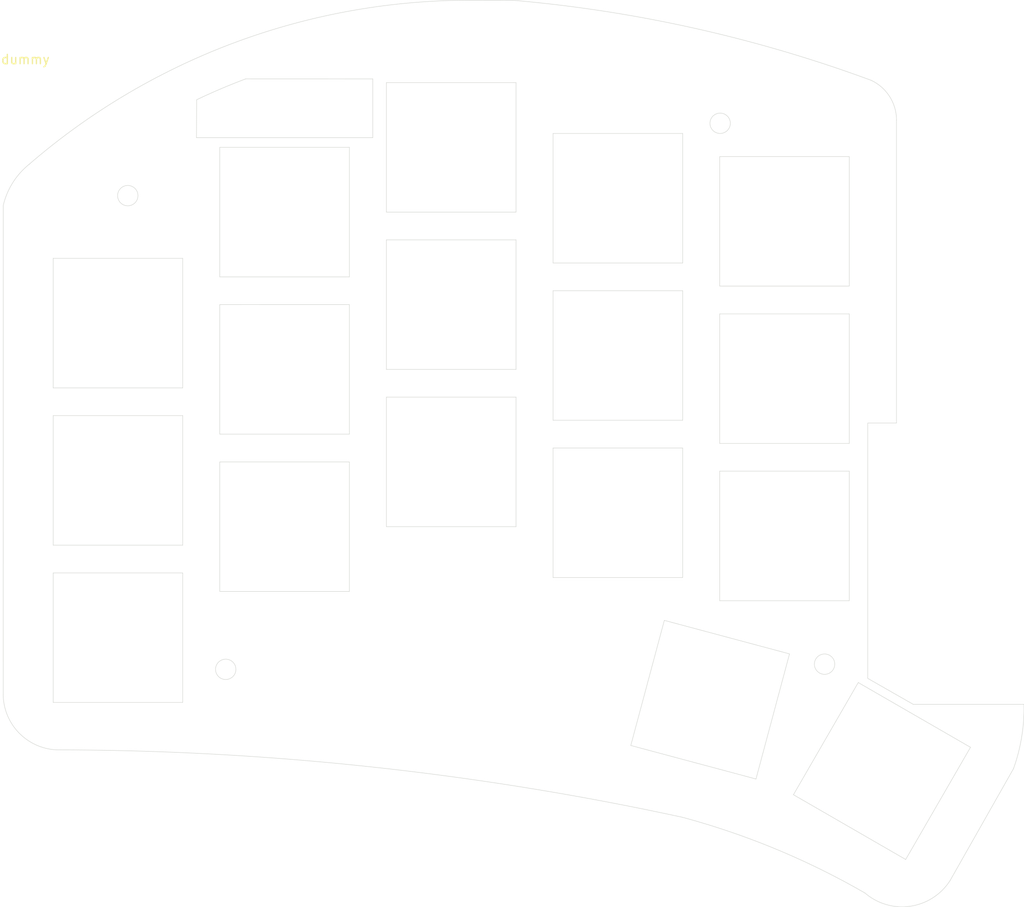
<source format=kicad_pcb>
(kicad_pcb (version 20171130) (host pcbnew 5.1.9)

  (general
    (thickness 1.6)
    (drawings 111)
    (tracks 0)
    (zones 0)
    (modules 1)
    (nets 1)
  )

  (page A4)
  (layers
    (0 F.Cu signal)
    (31 B.Cu signal)
    (32 B.Adhes user)
    (33 F.Adhes user)
    (34 B.Paste user)
    (35 F.Paste user)
    (36 B.SilkS user)
    (37 F.SilkS user)
    (38 B.Mask user)
    (39 F.Mask user)
    (40 Dwgs.User user)
    (41 Cmts.User user)
    (42 Eco1.User user)
    (43 Eco2.User user)
    (44 Edge.Cuts user)
    (45 Margin user)
    (46 B.CrtYd user)
    (47 F.CrtYd user)
    (48 B.Fab user)
    (49 F.Fab user)
  )

  (setup
    (last_trace_width 0.25)
    (trace_clearance 0.2)
    (zone_clearance 0.508)
    (zone_45_only no)
    (trace_min 0.2)
    (via_size 0.8)
    (via_drill 0.4)
    (via_min_size 0.4)
    (via_min_drill 0.3)
    (uvia_size 0.3)
    (uvia_drill 0.1)
    (uvias_allowed no)
    (uvia_min_size 0.2)
    (uvia_min_drill 0.1)
    (edge_width 0.05)
    (segment_width 0.2)
    (pcb_text_width 0.3)
    (pcb_text_size 1.5 1.5)
    (mod_edge_width 0.12)
    (mod_text_size 1 1)
    (mod_text_width 0.15)
    (pad_size 1.524 1.524)
    (pad_drill 0.762)
    (pad_to_mask_clearance 0.05)
    (aux_axis_origin 0 0)
    (visible_elements FFFDFF1F)
    (pcbplotparams
      (layerselection 0x01000_7ffffffe)
      (usegerberextensions false)
      (usegerberattributes true)
      (usegerberadvancedattributes true)
      (creategerberjobfile true)
      (excludeedgelayer true)
      (linewidth 0.100000)
      (plotframeref false)
      (viasonmask false)
      (mode 1)
      (useauxorigin false)
      (hpglpennumber 1)
      (hpglpenspeed 20)
      (hpglpendiameter 15.000000)
      (psnegative false)
      (psa4output false)
      (plotreference false)
      (plotvalue false)
      (plotinvisibletext false)
      (padsonsilk false)
      (subtractmaskfromsilk false)
      (outputformat 3)
      (mirror false)
      (drillshape 0)
      (scaleselection 1)
      (outputdirectory ""))
  )

  (net 0 "")

  (net_class Default "This is the default net class."
    (clearance 0.2)
    (trace_width 0.25)
    (via_dia 0.8)
    (via_drill 0.4)
    (uvia_dia 0.3)
    (uvia_drill 0.1)
  )

  (net_class Power ""
    (clearance 0.2)
    (trace_width 0.3)
    (via_dia 0.8)
    (via_drill 0.4)
    (uvia_dia 0.3)
    (uvia_drill 0.1)
  )

  (module dummy:dummy (layer F.Cu) (tedit 604AAE8F) (tstamp 604AAF97)
    (at 12 12)
    (fp_text reference dummy (at 0 0.5) (layer F.SilkS)
      (effects (font (size 1 1) (thickness 0.15)))
    )
    (fp_text value dummy (at 0 -0.5) (layer F.Fab)
      (effects (font (size 1 1) (thickness 0.15)))
    )
  )

  (gr_line (start 69 68.5) (end 69 54.5) (layer Edge.Cuts) (width 0.05) (tstamp 6049EB3F))
  (gr_line (start 107.092178 98.972178) (end 94.967822 91.972178) (layer Edge.Cuts) (width 0.05) (tstamp 6049E028))
  (gr_line (start 114.092178 86.847822) (end 107.092178 98.972178) (layer Edge.Cuts) (width 0.05))
  (gr_line (start 101.967822 79.847822) (end 114.092178 86.847822) (layer Edge.Cuts) (width 0.05))
  (gr_line (start 94.967822 91.972178) (end 101.967822 79.847822) (layer Edge.Cuts) (width 0.05))
  (gr_line (start 90.919747 90.273214) (end 77.396786 86.649747) (layer Edge.Cuts) (width 0.05))
  (gr_line (start 94.543214 76.750253) (end 90.919747 90.273214) (layer Edge.Cuts) (width 0.05))
  (gr_line (start 81.020253 73.126786) (end 94.543214 76.750253) (layer Edge.Cuts) (width 0.05))
  (gr_line (start 77.396786 86.649747) (end 81.020253 73.126786) (layer Edge.Cuts) (width 0.05))
  (gr_line (start 87 71) (end 87 57) (layer Edge.Cuts) (width 0.05))
  (gr_line (start 101 71) (end 87 71) (layer Edge.Cuts) (width 0.05))
  (gr_line (start 101 57) (end 101 71) (layer Edge.Cuts) (width 0.05))
  (gr_line (start 87 57) (end 101 57) (layer Edge.Cuts) (width 0.05))
  (gr_line (start 69 51.5) (end 69 37.5) (layer Edge.Cuts) (width 0.05) (tstamp 6049DFF6))
  (gr_line (start 83 51.5) (end 69 51.5) (layer Edge.Cuts) (width 0.05))
  (gr_line (start 83 37.5) (end 83 51.5) (layer Edge.Cuts) (width 0.05))
  (gr_line (start 69 37.5) (end 83 37.5) (layer Edge.Cuts) (width 0.05))
  (gr_line (start 51 29) (end 51 15) (layer Edge.Cuts) (width 0.05))
  (gr_line (start 65 29) (end 51 29) (layer Edge.Cuts) (width 0.05))
  (gr_line (start 65 15) (end 65 29) (layer Edge.Cuts) (width 0.05))
  (gr_line (start 51 15) (end 65 15) (layer Edge.Cuts) (width 0.05))
  (gr_line (start 51 46) (end 51 32) (layer Edge.Cuts) (width 0.05))
  (gr_line (start 65 46) (end 51 46) (layer Edge.Cuts) (width 0.05))
  (gr_line (start 65 32) (end 65 46) (layer Edge.Cuts) (width 0.05))
  (gr_line (start 51 32) (end 65 32) (layer Edge.Cuts) (width 0.05))
  (gr_line (start 65 63) (end 51 63) (layer Edge.Cuts) (width 0.05))
  (gr_line (start 65 49) (end 65 63) (layer Edge.Cuts) (width 0.05))
  (gr_line (start 51 49) (end 65 49) (layer Edge.Cuts) (width 0.05))
  (gr_line (start 51 63) (end 51 49) (layer Edge.Cuts) (width 0.05))
  (gr_line (start 33 70) (end 33 56) (layer Edge.Cuts) (width 0.05))
  (gr_line (start 47 70) (end 33 70) (layer Edge.Cuts) (width 0.05))
  (gr_line (start 47 56) (end 47 70) (layer Edge.Cuts) (width 0.05))
  (gr_line (start 33 56) (end 47 56) (layer Edge.Cuts) (width 0.05))
  (gr_line (start 33 36) (end 33 22) (layer Edge.Cuts) (width 0.05) (tstamp 6049DF78))
  (gr_line (start 47 36) (end 33 36) (layer Edge.Cuts) (width 0.05))
  (gr_line (start 47 22) (end 47 36) (layer Edge.Cuts) (width 0.05))
  (gr_line (start 33 22) (end 47 22) (layer Edge.Cuts) (width 0.05))
  (gr_line (start 15 82) (end 15 68) (layer Edge.Cuts) (width 0.05) (tstamp 6049DF52))
  (gr_line (start 29 82) (end 15 82) (layer Edge.Cuts) (width 0.05))
  (gr_line (start 29 68) (end 29 82) (layer Edge.Cuts) (width 0.05))
  (gr_line (start 15 68) (end 29 68) (layer Edge.Cuts) (width 0.05))
  (gr_line (start 15 65) (end 15 51) (layer Edge.Cuts) (width 0.05))
  (gr_line (start 29 65) (end 15 65) (layer Edge.Cuts) (width 0.05))
  (gr_line (start 29 51) (end 29 65) (layer Edge.Cuts) (width 0.05))
  (gr_line (start 15 51) (end 29 51) (layer Edge.Cuts) (width 0.05))
  (gr_line (start 15 48) (end 15 34) (layer Edge.Cuts) (width 0.05))
  (gr_line (start 29 48) (end 15 48) (layer Edge.Cuts) (width 0.05))
  (gr_line (start 29 34) (end 29 48) (layer Edge.Cuts) (width 0.05))
  (gr_line (start 15 34) (end 29 34) (layer Edge.Cuts) (width 0.05))
  (gr_line (start 69 34.5) (end 69 20.5) (layer Edge.Cuts) (width 0.05) (tstamp 6048F9DB))
  (gr_line (start 83 34.5) (end 69 34.5) (layer Edge.Cuts) (width 0.05))
  (gr_line (start 83 20.5) (end 83 34.5) (layer Edge.Cuts) (width 0.05))
  (gr_line (start 69 20.5) (end 83 20.5) (layer Edge.Cuts) (width 0.05))
  (gr_line (start 87 23) (end 87 37) (layer Edge.Cuts) (width 0.05) (tstamp 6048F97D))
  (gr_line (start 101 23) (end 87 23) (layer Edge.Cuts) (width 0.05))
  (gr_line (start 101 37) (end 101 23) (layer Edge.Cuts) (width 0.05))
  (gr_line (start 87 37) (end 101 37) (layer Edge.Cuts) (width 0.05))
  (gr_line (start 101 40) (end 87 40) (layer Edge.Cuts) (width 0.05) (tstamp 6048F954))
  (gr_line (start 101 54) (end 101 40) (layer Edge.Cuts) (width 0.05))
  (gr_line (start 87 54) (end 101 54) (layer Edge.Cuts) (width 0.05))
  (gr_line (start 87 40) (end 87 54) (layer Edge.Cuts) (width 0.05))
  (gr_line (start 83 54.5) (end 69 54.5) (layer Edge.Cuts) (width 0.05))
  (gr_line (start 83 68.5) (end 83 54.5) (layer Edge.Cuts) (width 0.05))
  (gr_line (start 69 68.5) (end 83 68.5) (layer Edge.Cuts) (width 0.05))
  (gr_line (start 47 53) (end 47 38.995673) (layer Edge.Cuts) (width 0.05) (tstamp 6048F936))
  (gr_line (start 33 53) (end 47 53) (layer Edge.Cuts) (width 0.05))
  (gr_line (start 33 39) (end 33 53) (layer Edge.Cuts) (width 0.05))
  (gr_line (start 47 38.995673) (end 33 39) (layer Edge.Cuts) (width 0.05))
  (gr_circle (center 87.049819 19.4) (end 88.149819 19.42) (layer Edge.Cuts) (width 0.05) (tstamp 6048F55F))
  (gr_circle (center 98.329819 77.86) (end 99.429819 77.88) (layer Edge.Cuts) (width 0.05) (tstamp 6048F55F))
  (gr_circle (center 33.639819 78.42) (end 34.739819 78.44) (layer Edge.Cuts) (width 0.05) (tstamp 6048F55F))
  (gr_circle (center 23.059819 27.22) (end 24.159819 27.24) (layer Edge.Cuts) (width 0.05))
  (gr_arc (start 60.008389 78.858139) (end 35.8 14.6) (angle -4.807870918) (layer Edge.Cuts) (width 0.05) (tstamp 6048EEE8))
  (gr_line (start 118.738448 89.155884) (end 111.890143 101.245816) (layer Edge.Cuts) (width 0.05) (tstamp 6048D7F3))
  (gr_arc (start 106.708 97.938735) (end 102.7 102.6) (angle -98.1305031) (layer Edge.Cuts) (width 0.05) (tstamp 6048D7AA))
  (gr_arc (start 61.59 173.76) (end 102.7 102.6) (angle -14.91754999) (layer Edge.Cuts) (width 0.05) (tstamp 6048D784))
  (gr_arc (start 15.650018 81.077212) (end 9.6 81.147211) (angle -91.0546288) (layer Edge.Cuts) (width 0.05) (tstamp 6048D73A))
  (gr_arc (start 101.35 19.059419) (end 106.1 19.059419) (angle -65.1) (layer Edge.Cuts) (width 0.05) (tstamp 6048D6DD))
  (gr_arc (start 15.089318 406.95507) (end 82.995848 94.415389) (angle -12.12538542) (layer Edge.Cuts) (width 0.05) (tstamp 6048D6BD))
  (gr_arc (start 17.48 30.13) (end 12.399191 23.838951) (angle -38.00054151) (layer Edge.Cuts) (width 0.05) (tstamp 6048D4DB))
  (gr_line (start 9.603094 28.300719) (end 9.6 81.147211) (layer Edge.Cuts) (width 0.05) (tstamp 6048D47B))
  (gr_arc (start 60.008389 78.858139) (end 60 6.1) (angle -40.86368173) (layer Edge.Cuts) (width 0.05) (tstamp 6048D445))
  (gr_line (start 64.699364 6.107346) (end 60 6.1) (layer Edge.Cuts) (width 0.05) (tstamp 6048D2B4))
  (gr_arc (start 100.5318 82.63446) (end 118.738448 89.155884) (angle -20.9939576) (layer Edge.Cuts) (width 0.05) (tstamp 6048C255))
  (gr_line (start 107.9 82.2) (end 119.866285 82.200094) (layer Edge.Cuts) (width 0.05))
  (gr_line (start 103 79.4) (end 107.9 82.2) (layer Edge.Cuts) (width 0.05))
  (gr_line (start 103 51.8) (end 103 79.4) (layer Edge.Cuts) (width 0.05))
  (gr_line (start 106.1 51.8) (end 103 51.8) (layer Edge.Cuts) (width 0.05))
  (gr_arc (start 51.873581 154.194988) (end 103.34992 14.75096) (angle -15.311832) (layer Edge.Cuts) (width 0.05) (tstamp 6048C0E6))
  (gr_line (start 106.1 51.8) (end 106.1 19.059419) (layer Edge.Cuts) (width 0.05))
  (gr_line (start 30.499402 16.855121) (end 30.48 20.955) (layer Edge.Cuts) (width 0.05) (tstamp 6048BFA7))
  (gr_line (start 49.53 14.605) (end 35.8 14.6) (layer Edge.Cuts) (width 0.05))
  (gr_line (start 49.53 20.955) (end 49.53 14.605) (layer Edge.Cuts) (width 0.05))
  (gr_line (start 30.48 20.955) (end 49.53 20.955) (layer Edge.Cuts) (width 0.05))
  (gr_arc (start 17.48 30.13) (end 15.035 26.885) (angle -35.4) (layer Cmts.User) (width 0.05) (tstamp 5F45BAB8))
  (gr_line (start 102.1 49.9) (end 102.1 19.059419) (layer Cmts.User) (width 0.05) (tstamp 5F45BAB7))
  (gr_arc (start 52.262442 153.652303) (end 101.665245 18.378889) (angle -15.3) (layer Cmts.User) (width 0.05) (tstamp 5F45BAB6))
  (gr_arc (start 101.35 19.059419) (end 102.1 19.059419) (angle -65.1) (layer Cmts.User) (width 0.05) (tstamp 5F45BAB5))
  (gr_line (start 64.208637 10.136374) (end 60.008389 10.128139) (layer Cmts.User) (width 0.05) (tstamp 5F45BAB3))
  (gr_arc (start 60.008389 78.858139) (end 60.008389 10.128139) (angle -40.9) (layer Cmts.User) (width 0.05) (tstamp 5F45BAB2))
  (gr_line (start 116.965001 52.600918) (end 116.960001 79.6) (layer Cmts.User) (width 0.05) (tstamp 5F359724))
  (gr_arc (start 15.157962 407.009453) (end 84.370665 90.557571) (angle -12.23959981) (layer Cmts.User) (width 0.05) (tstamp 5EDCBAB7))
  (gr_arc (start 100.191149 79.445969) (end 115.218305 86.900068) (angle -25.9) (layer Cmts.User) (width 0.05) (tstamp 5EDAA9C2))
  (gr_line (start 115.218305 86.900068) (end 108.37 98.99) (layer Cmts.User) (width 0.05) (tstamp 5EDAAAB5))
  (gr_arc (start 104.099999 49.830001) (end 102.1 49.9) (angle -89) (layer Cmts.User) (width 0.05) (tstamp 5EDAB87A))
  (gr_arc (start 61.59 173.76) (end 105.638 99.588735) (angle -15.4) (layer Cmts.User) (width 0.05) (tstamp 5EDABA84))
  (gr_arc (start 15.650018 81.077212) (end 13.650019 81.147211) (angle -89.7) (layer Cmts.User) (width 0.05) (tstamp 5EDAA8DE))
  (gr_arc (start 106.708 97.938735) (end 105.638 99.588735) (angle -90.6) (layer Cmts.User) (width 0.05) (tstamp 5EDAABA5))
  (gr_arc (start 116.215001 52.600918) (end 116.965001 52.600918) (angle -90) (layer Cmts.User) (width 0.05) (tstamp 5EDAB58F))
  (gr_line (start 104.135001 51.830918) (end 116.215001 51.850918) (layer Cmts.User) (width 0.05) (tstamp 5EDAB58C))
  (gr_line (start 13.608055 28.898702) (end 13.650019 81.147211) (layer Cmts.User) (width 0.05) (tstamp 5EDAB9D6))

)

</source>
